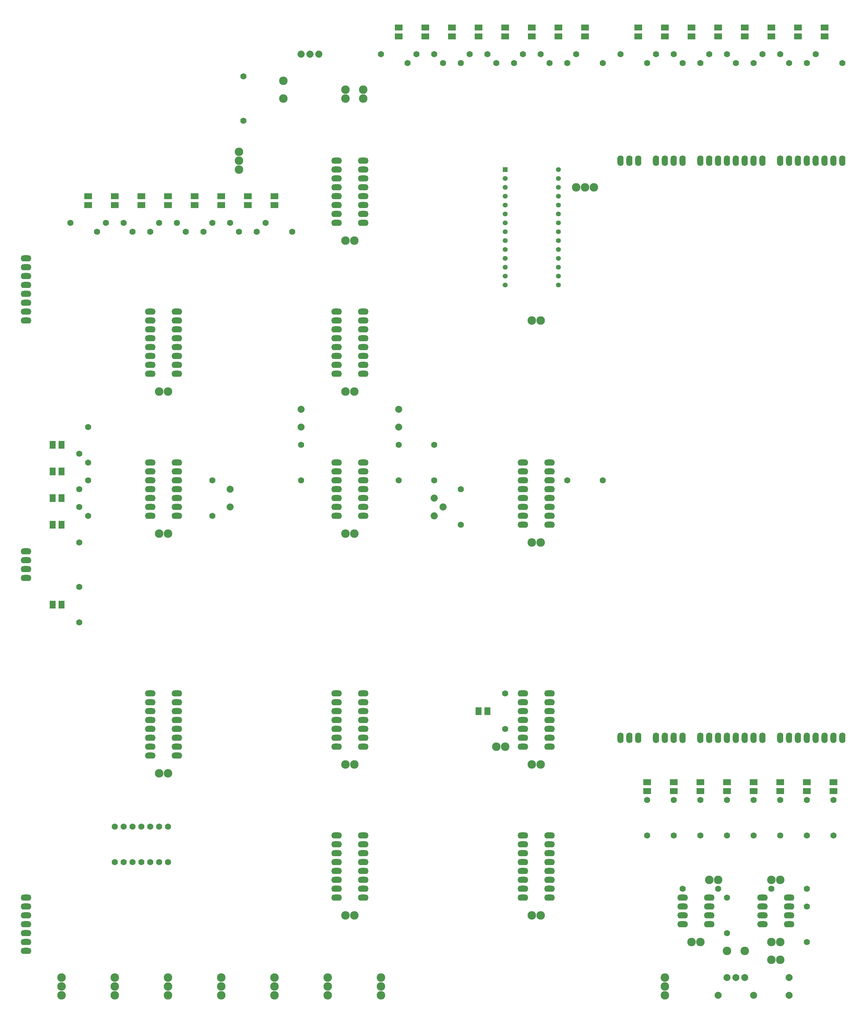
<source format=gbr>
G04 DesignSpark PCB Gerber Version 10.0 Build 5299*
%FSLAX35Y35*%
%MOIN*%
%ADD94O,0.07000X0.12000*%
%ADD102R,0.07000X0.09000*%
%ADD95R,0.05563X0.05563*%
%ADD96C,0.05563*%
%ADD98O,0.12000X0.07000*%
%ADD101R,0.09000X0.07000*%
%ADD99C,0.07000*%
%ADD93C,0.07890*%
%ADD100C,0.08000*%
%ADD97C,0.09661*%
X0Y0D02*
D02*
D93*
X250250Y580250D03*
Y600250D03*
X330250Y670250D03*
Y690250D03*
X440250Y670250D03*
Y690250D03*
X800250Y30250D03*
X810250Y50250D03*
X820250D03*
X830250D03*
X840250Y30250D03*
X880250D03*
Y50250D03*
D02*
D94*
X690250Y320250D03*
Y970250D03*
X700250Y320250D03*
Y970250D03*
X710250Y320250D03*
Y970250D03*
X730250Y320250D03*
Y970250D03*
X740250Y320250D03*
Y970250D03*
X750250Y320250D03*
Y970250D03*
X760250Y320250D03*
Y970250D03*
X780250Y320250D03*
Y970250D03*
X790250Y320250D03*
Y970250D03*
X800250Y320250D03*
Y970250D03*
X810250Y320250D03*
Y970250D03*
X820250Y320250D03*
Y970250D03*
X830250Y320250D03*
Y970250D03*
X840250Y320250D03*
Y970250D03*
X850250Y320250D03*
Y970250D03*
X870250Y320250D03*
Y970250D03*
X880250Y320250D03*
Y970250D03*
X890250Y320250D03*
Y970250D03*
X900250Y320250D03*
Y970250D03*
X910250Y320250D03*
Y970250D03*
X920250Y320250D03*
Y970250D03*
X930250Y320250D03*
Y970250D03*
X940250Y320250D03*
Y970250D03*
D02*
D95*
X560250Y960250D03*
D02*
D96*
Y830250D03*
Y840250D03*
Y850250D03*
Y860250D03*
Y870250D03*
Y880250D03*
Y890250D03*
Y900250D03*
Y910250D03*
Y920250D03*
Y930250D03*
Y940250D03*
Y950250D03*
X620250Y830250D03*
Y840250D03*
Y850250D03*
Y860250D03*
Y870250D03*
Y880250D03*
Y890250D03*
Y900250D03*
Y910250D03*
Y920250D03*
Y930250D03*
Y940250D03*
Y950250D03*
Y960250D03*
D02*
D97*
X60250Y30250D03*
Y40250D03*
Y50250D03*
X120250Y30250D03*
Y40250D03*
Y50250D03*
X170250Y280250D03*
Y550250D03*
Y710250D03*
X180250Y30250D03*
Y40250D03*
Y50250D03*
Y280250D03*
Y550250D03*
Y710250D03*
X240250Y30250D03*
Y40250D03*
Y50250D03*
X260250Y960250D03*
Y970250D03*
Y980250D03*
X300250Y30250D03*
Y40250D03*
Y50250D03*
X310250Y1040250D03*
Y1060250D03*
X360250Y30250D03*
Y40250D03*
Y50250D03*
X380250Y120250D03*
Y290250D03*
Y550250D03*
Y710250D03*
Y880250D03*
Y1040250D03*
Y1050250D03*
X390250Y120250D03*
Y290250D03*
Y550250D03*
Y710250D03*
Y880250D03*
X400250Y1040250D03*
Y1050250D03*
X420250Y30250D03*
Y40250D03*
Y50250D03*
X550250Y310250D03*
X560250D03*
X590250Y120250D03*
Y290250D03*
Y540250D03*
Y790250D03*
X600250Y120250D03*
Y290250D03*
Y540250D03*
Y790250D03*
X640250Y940250D03*
X650250D03*
X660250D03*
X740250Y30250D03*
Y40250D03*
Y50250D03*
X770250Y90250D03*
X780250D03*
X790250Y160250D03*
X800250D03*
X810250Y80250D03*
X830250D03*
X860250Y70250D03*
Y90250D03*
Y160250D03*
X870250Y70250D03*
Y90250D03*
Y160250D03*
D02*
D98*
X20250Y80250D03*
Y90250D03*
Y100250D03*
Y110250D03*
Y120250D03*
Y130250D03*
Y140250D03*
Y500250D03*
Y510250D03*
Y520250D03*
Y530250D03*
Y790250D03*
Y800250D03*
Y810250D03*
Y820250D03*
Y830250D03*
Y840250D03*
Y850250D03*
Y860250D03*
X160250Y300250D03*
Y310250D03*
Y320250D03*
Y330250D03*
Y340250D03*
Y350250D03*
Y360250D03*
Y370250D03*
Y570250D03*
Y580250D03*
Y590250D03*
Y600250D03*
Y610250D03*
Y620250D03*
Y630250D03*
Y730250D03*
Y740250D03*
Y750250D03*
Y760250D03*
Y770250D03*
Y780250D03*
Y790250D03*
Y800250D03*
X190250Y300250D03*
Y310250D03*
Y320250D03*
Y330250D03*
Y340250D03*
Y350250D03*
Y360250D03*
Y370250D03*
Y570250D03*
Y580250D03*
Y590250D03*
Y600250D03*
Y610250D03*
Y620250D03*
Y630250D03*
Y730250D03*
Y740250D03*
Y750250D03*
Y760250D03*
Y770250D03*
Y780250D03*
Y790250D03*
Y800250D03*
X370250Y140250D03*
Y150250D03*
Y160250D03*
Y170250D03*
Y180250D03*
Y190250D03*
Y200250D03*
Y210250D03*
Y310250D03*
Y320250D03*
Y330250D03*
Y340250D03*
Y350250D03*
Y360250D03*
Y370250D03*
Y570250D03*
Y580250D03*
Y590250D03*
Y600250D03*
Y610250D03*
Y620250D03*
Y630250D03*
Y730250D03*
Y740250D03*
Y750250D03*
Y760250D03*
Y770250D03*
Y780250D03*
Y790250D03*
Y800250D03*
Y900250D03*
Y910250D03*
Y920250D03*
Y930250D03*
Y940250D03*
Y950250D03*
Y960250D03*
Y970250D03*
X400250Y140250D03*
Y150250D03*
Y160250D03*
Y170250D03*
Y180250D03*
Y190250D03*
Y200250D03*
Y210250D03*
Y310250D03*
Y320250D03*
Y330250D03*
Y340250D03*
Y350250D03*
Y360250D03*
Y370250D03*
Y570250D03*
Y580250D03*
Y590250D03*
Y600250D03*
Y610250D03*
Y620250D03*
Y630250D03*
Y730250D03*
Y740250D03*
Y750250D03*
Y760250D03*
Y770250D03*
Y780250D03*
Y790250D03*
Y800250D03*
Y900250D03*
Y910250D03*
Y920250D03*
Y930250D03*
Y940250D03*
Y950250D03*
Y960250D03*
Y970250D03*
X580250Y140250D03*
Y150250D03*
Y160250D03*
Y170250D03*
Y180250D03*
Y190250D03*
Y200250D03*
Y210250D03*
Y310250D03*
Y320250D03*
Y330250D03*
Y340250D03*
Y350250D03*
Y360250D03*
Y370250D03*
Y560250D03*
Y570250D03*
Y580250D03*
Y590250D03*
Y600250D03*
Y610250D03*
Y620250D03*
Y630250D03*
X610250Y140250D03*
Y150250D03*
Y160250D03*
Y170250D03*
Y180250D03*
Y190250D03*
Y200250D03*
Y210250D03*
Y310250D03*
Y320250D03*
Y330250D03*
Y340250D03*
Y350250D03*
Y360250D03*
Y370250D03*
Y560250D03*
Y570250D03*
Y580250D03*
Y590250D03*
Y600250D03*
Y610250D03*
Y620250D03*
Y630250D03*
X760250Y110250D03*
Y120250D03*
Y130250D03*
Y140250D03*
X790250Y110250D03*
Y120250D03*
Y130250D03*
Y140250D03*
X850250Y110250D03*
Y120250D03*
Y130250D03*
Y140250D03*
X880250Y110250D03*
Y120250D03*
Y130250D03*
Y140250D03*
D02*
D99*
X70250Y900250D03*
X80250Y450250D03*
Y490250D03*
Y540250D03*
Y580250D03*
Y600250D03*
Y640250D03*
X90250Y570250D03*
Y610250D03*
Y630250D03*
Y670250D03*
X100250Y890250D03*
X110250Y900250D03*
X120250Y180250D03*
Y220250D03*
X130250Y180250D03*
Y220250D03*
Y900250D03*
X140250Y180250D03*
Y220250D03*
Y890250D03*
X150250Y180250D03*
Y220250D03*
X160250Y180250D03*
Y220250D03*
Y890250D03*
X170250Y180250D03*
Y220250D03*
Y900250D03*
X180250Y180250D03*
Y220250D03*
X190250Y900250D03*
X200250Y890250D03*
X220250D03*
X230250Y570250D03*
Y610250D03*
Y900250D03*
X250250D03*
X260250Y890250D03*
X265250Y1015250D03*
Y1065250D03*
X280250Y890250D03*
X290250Y900250D03*
X320250Y890250D03*
X330250Y610250D03*
Y650250D03*
X420250Y1090250D03*
X440250Y610250D03*
Y650250D03*
X450250Y1080250D03*
X460250Y1090250D03*
X480250Y610250D03*
Y650250D03*
Y1090250D03*
X490250Y1080250D03*
X510250Y560250D03*
Y600250D03*
Y1080250D03*
X520250Y1090250D03*
X540250D03*
X550250Y1080250D03*
X560250Y330250D03*
Y370250D03*
X570250Y1080250D03*
X580250Y1090250D03*
X600250D03*
X610250Y1080250D03*
X630250Y610250D03*
Y1080250D03*
X640250Y1090250D03*
X670250Y610250D03*
Y1080250D03*
X690250Y1090250D03*
X720250Y210250D03*
Y250250D03*
Y1080250D03*
X730250Y1090250D03*
X750250Y210250D03*
Y250250D03*
Y1090250D03*
X760250Y150250D03*
Y1080250D03*
X780250Y210250D03*
Y250250D03*
Y1080250D03*
X790250Y1090250D03*
X800250Y150250D03*
X810250Y100250D03*
Y140250D03*
Y210250D03*
Y250250D03*
Y1090250D03*
X820250Y1080250D03*
X840250Y210250D03*
Y250250D03*
Y1080250D03*
X850250Y1090250D03*
X860250Y150250D03*
X870250Y210250D03*
Y250250D03*
Y1090250D03*
X880250Y1080250D03*
X900250Y90250D03*
Y130250D03*
Y150250D03*
Y210250D03*
Y250250D03*
Y1080250D03*
X910250Y1090250D03*
X930250Y210250D03*
Y250250D03*
X940250Y1080250D03*
D02*
D100*
X330250Y1090250D03*
X340250D03*
X350250D03*
X480250Y570250D03*
Y590250D03*
X490250Y580250D03*
D02*
D101*
X90250Y920250D03*
Y930250D03*
X120250Y920250D03*
Y930250D03*
X150250Y920250D03*
Y930250D03*
X180250Y920250D03*
Y930250D03*
X210250Y920250D03*
Y930250D03*
X240250Y920250D03*
Y930250D03*
X270250Y920250D03*
Y930250D03*
X300250Y920250D03*
Y930250D03*
X440250Y1110250D03*
Y1120250D03*
X470250Y1110250D03*
Y1120250D03*
X500250Y1110250D03*
Y1120250D03*
X530250Y1110250D03*
Y1120250D03*
X560250Y1110250D03*
Y1120250D03*
X590250Y1110250D03*
Y1120250D03*
X620250Y1110250D03*
Y1120250D03*
X650250Y1110250D03*
Y1120250D03*
X710250Y1110250D03*
Y1120250D03*
X720250Y260250D03*
Y270250D03*
X740250Y1110250D03*
Y1120250D03*
X750250Y260250D03*
Y270250D03*
X770250Y1110250D03*
Y1120250D03*
X780250Y260250D03*
Y270250D03*
X800250Y1110250D03*
Y1120250D03*
X810250Y260250D03*
Y270250D03*
X830250Y1110250D03*
Y1120250D03*
X840250Y260250D03*
Y270250D03*
X860250Y1110250D03*
Y1120250D03*
X870250Y260250D03*
Y270250D03*
X890250Y1110250D03*
Y1120250D03*
X900250Y260250D03*
Y270250D03*
X920250Y1110250D03*
Y1120250D03*
X930250Y260250D03*
Y270250D03*
D02*
D102*
X50250Y470250D03*
Y560250D03*
Y590250D03*
Y620250D03*
Y650250D03*
X60250Y470250D03*
Y560250D03*
Y590250D03*
Y620250D03*
Y650250D03*
X530250Y350250D03*
X540250D03*
X0Y0D02*
M02*

</source>
